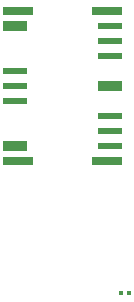
<source format=gbr>
%TF.GenerationSoftware,KiCad,Pcbnew,8.0.0*%
%TF.CreationDate,2024-03-31T15:48:46-03:00*%
%TF.ProjectId,schematic,73636865-6d61-4746-9963-2e6b69636164,rev?*%
%TF.SameCoordinates,Original*%
%TF.FileFunction,Paste,Top*%
%TF.FilePolarity,Positive*%
%FSLAX46Y46*%
G04 Gerber Fmt 4.6, Leading zero omitted, Abs format (unit mm)*
G04 Created by KiCad (PCBNEW 8.0.0) date 2024-03-31 15:48:46*
%MOMM*%
%LPD*%
G01*
G04 APERTURE LIST*
G04 Aperture macros list*
%AMRoundRect*
0 Rectangle with rounded corners*
0 $1 Rounding radius*
0 $2 $3 $4 $5 $6 $7 $8 $9 X,Y pos of 4 corners*
0 Add a 4 corners polygon primitive as box body*
4,1,4,$2,$3,$4,$5,$6,$7,$8,$9,$2,$3,0*
0 Add four circle primitives for the rounded corners*
1,1,$1+$1,$2,$3*
1,1,$1+$1,$4,$5*
1,1,$1+$1,$6,$7*
1,1,$1+$1,$8,$9*
0 Add four rect primitives between the rounded corners*
20,1,$1+$1,$2,$3,$4,$5,0*
20,1,$1+$1,$4,$5,$6,$7,0*
20,1,$1+$1,$6,$7,$8,$9,0*
20,1,$1+$1,$8,$9,$2,$3,0*%
G04 Aperture macros list end*
%ADD10RoundRect,0.079500X-0.079500X-0.100500X0.079500X-0.100500X0.079500X0.100500X-0.079500X0.100500X0*%
%ADD11R,2.500000X0.700000*%
%ADD12R,2.000000X0.900000*%
%ADD13R,2.000000X0.600000*%
%ADD14R,2.000000X0.500000*%
G04 APERTURE END LIST*
D10*
%TO.C,R1*%
X127475000Y-99000000D03*
X128165000Y-99000000D03*
%TD*%
D11*
%TO.C,K1*%
X118750000Y-75150000D03*
D12*
X118500000Y-76420000D03*
D13*
X118500000Y-80230000D03*
D14*
X118500000Y-81500000D03*
D13*
X118500000Y-82770000D03*
D12*
X118500000Y-86580000D03*
D11*
X118750000Y-87850000D03*
X126250000Y-87850000D03*
D13*
X126500000Y-86580000D03*
D14*
X126500000Y-85310000D03*
D13*
X126500000Y-84040000D03*
D12*
X126500000Y-81500000D03*
D13*
X126500000Y-78960000D03*
D14*
X126500000Y-77690000D03*
D13*
X126500000Y-76420000D03*
D11*
X126250000Y-75150000D03*
%TD*%
M02*

</source>
